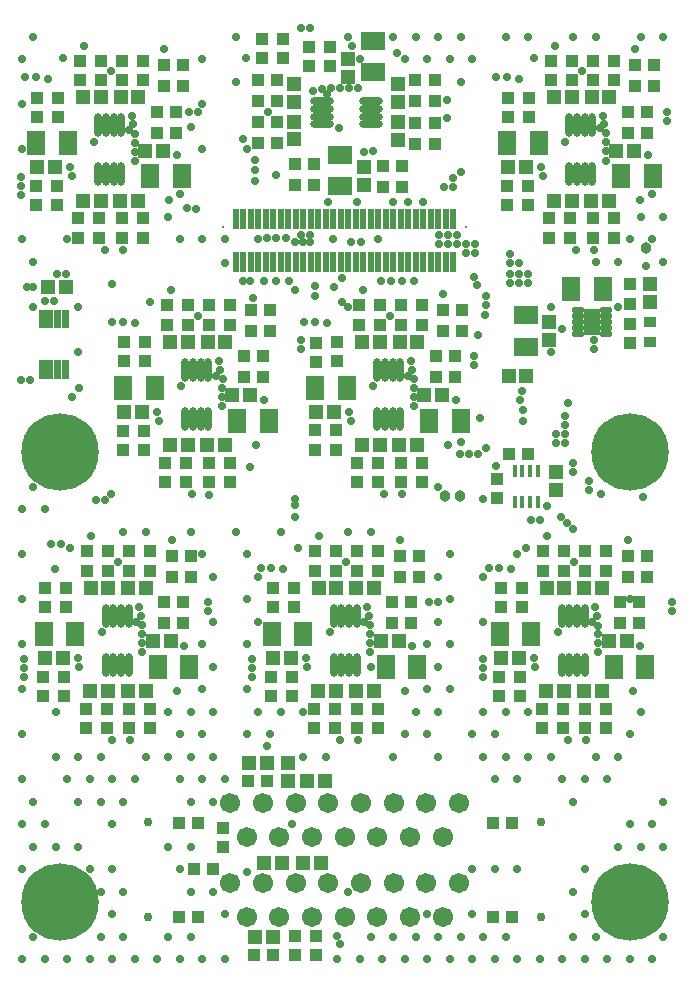
<source format=gbs>
G04*
G04 #@! TF.GenerationSoftware,Altium Limited,Altium Designer,25.2.1 (25)*
G04*
G04 Layer_Color=16711935*
%FSLAX44Y44*%
%MOMM*%
G71*
G04*
G04 #@! TF.SameCoordinates,92A9BD70-FE13-4CA2-B9A4-C704DBA8ADFD*
G04*
G04*
G04 #@! TF.FilePolarity,Negative*
G04*
G01*
G75*
%ADD18R,0.4318X1.0033*%
%ADD22C,0.7620*%
G04:AMPARAMS|DCode=31|XSize=1.0132mm|YSize=0.4732mm|CornerRadius=0.1354mm|HoleSize=0mm|Usage=FLASHONLY|Rotation=0.000|XOffset=0mm|YOffset=0mm|HoleType=Round|Shape=RoundedRectangle|*
%AMROUNDEDRECTD31*
21,1,1.0132,0.2025,0,0,0.0*
21,1,0.7425,0.4732,0,0,0.0*
1,1,0.2707,0.3713,-0.1013*
1,1,0.2707,-0.3713,-0.1013*
1,1,0.2707,-0.3713,0.1013*
1,1,0.2707,0.3713,0.1013*
%
%ADD31ROUNDEDRECTD31*%
%ADD32R,1.4032X2.2032*%
%ADD33O,0.6532X2.0032*%
%ADD34O,2.0032X0.6532*%
%ADD35C,0.9652*%
%ADD36R,0.9932X1.1332*%
%ADD37R,1.1332X0.9932*%
%ADD38R,1.1032X0.9532*%
%ADD40R,1.1532X1.2032*%
%ADD41R,1.6432X2.0232*%
%ADD42R,2.0232X1.6432*%
%ADD43R,1.2032X1.1532*%
%ADD44C,1.7018*%
%ADD45C,0.2032*%
%ADD46C,6.5532*%
%ADD47C,0.7112*%
%ADD58R,0.5000X1.7000*%
G36*
X26720Y522290D02*
Y506590D01*
X32520D01*
Y522290D01*
X26720D01*
D02*
G37*
G36*
X33220D02*
Y506590D01*
X39020D01*
Y522290D01*
X33220D01*
D02*
G37*
G36*
X39720D02*
Y506590D01*
X45520D01*
Y522290D01*
X39720D01*
D02*
G37*
G36*
X46220D02*
Y506590D01*
X52020D01*
Y522290D01*
X46220D01*
D02*
G37*
G36*
X26720Y565290D02*
Y549590D01*
X32520D01*
Y565290D01*
X26720D01*
D02*
G37*
G36*
X33220D02*
Y549590D01*
X39020D01*
Y565290D01*
X33220D01*
D02*
G37*
G36*
X39720D02*
Y549590D01*
X45520D01*
Y565290D01*
X39720D01*
D02*
G37*
G36*
X46220D02*
Y549590D01*
X52020D01*
Y565290D01*
X46220D01*
D02*
G37*
D18*
X429670Y402019D02*
D03*
X436170D02*
D03*
X442670D02*
D03*
X449170D02*
D03*
Y428562D02*
D03*
X442670D02*
D03*
X436170D02*
D03*
X429670D02*
D03*
D22*
X119126Y51308D02*
D03*
X452374D02*
D03*
X119126Y131318D02*
D03*
X452374D02*
D03*
D31*
X507300Y564870D02*
D03*
X483300Y544870D02*
D03*
X507300Y559870D02*
D03*
Y554870D02*
D03*
Y549870D02*
D03*
Y544870D02*
D03*
X483300Y549870D02*
D03*
Y554870D02*
D03*
Y559870D02*
D03*
Y564870D02*
D03*
D32*
X495300Y554870D02*
D03*
D33*
X495350Y679710D02*
D03*
X488850D02*
D03*
X482350D02*
D03*
X475850D02*
D03*
X495350Y721210D02*
D03*
X488850D02*
D03*
X482350D02*
D03*
X475850D02*
D03*
X96570Y679710D02*
D03*
X90070D02*
D03*
X83570D02*
D03*
X77070D02*
D03*
X96570Y721210D02*
D03*
X90070D02*
D03*
X83570D02*
D03*
X77070D02*
D03*
X332790Y472820D02*
D03*
X326290D02*
D03*
X319790D02*
D03*
X313290D02*
D03*
X332790Y514320D02*
D03*
X326290D02*
D03*
X319790D02*
D03*
X313290D02*
D03*
X489000Y264420D02*
D03*
X482500D02*
D03*
X476000D02*
D03*
X469500D02*
D03*
X489000Y305920D02*
D03*
X482500D02*
D03*
X476000D02*
D03*
X469500D02*
D03*
X295960Y264420D02*
D03*
X289460D02*
D03*
X282960D02*
D03*
X276460D02*
D03*
X295960Y305920D02*
D03*
X289460D02*
D03*
X282960D02*
D03*
X276460D02*
D03*
X102920Y264420D02*
D03*
X96420D02*
D03*
X89920D02*
D03*
X83420D02*
D03*
X102920Y305920D02*
D03*
X96420D02*
D03*
X89920D02*
D03*
X83420D02*
D03*
X170230Y472700D02*
D03*
X163730D02*
D03*
X157230D02*
D03*
X150730D02*
D03*
X170230Y514200D02*
D03*
X163730D02*
D03*
X157230D02*
D03*
X150730D02*
D03*
D34*
X308350Y741730D02*
D03*
Y735230D02*
D03*
Y728730D02*
D03*
Y722230D02*
D03*
X266850Y741730D02*
D03*
Y735230D02*
D03*
Y728730D02*
D03*
Y722230D02*
D03*
D35*
X541020Y617220D02*
D03*
X370840Y407670D02*
D03*
X383032D02*
D03*
D36*
X441270Y443230D02*
D03*
X424870D02*
D03*
X161870Y130810D02*
D03*
X145470D02*
D03*
X410900D02*
D03*
X427300D02*
D03*
X410900Y50800D02*
D03*
X427300D02*
D03*
X161870D02*
D03*
X145470D02*
D03*
X220290Y166370D02*
D03*
X203890D02*
D03*
X174570Y91440D02*
D03*
X158170D02*
D03*
X225370Y19050D02*
D03*
X208970D02*
D03*
X361840Y759920D02*
D03*
X345440D02*
D03*
Y742140D02*
D03*
X361840D02*
D03*
X212090Y760040D02*
D03*
X228490D02*
D03*
Y742260D02*
D03*
X212090D02*
D03*
X361840Y723090D02*
D03*
X345440D02*
D03*
Y705310D02*
D03*
X361840D02*
D03*
X212090Y724480D02*
D03*
X228490D02*
D03*
Y706700D02*
D03*
X212090D02*
D03*
X547950Y772160D02*
D03*
X531550D02*
D03*
X149170D02*
D03*
X132770D02*
D03*
X385390Y565270D02*
D03*
X368990D02*
D03*
X541600Y356870D02*
D03*
X525200D02*
D03*
X348560D02*
D03*
X332160D02*
D03*
X155520D02*
D03*
X139120D02*
D03*
X222830Y565150D02*
D03*
X206430D02*
D03*
X547950Y754380D02*
D03*
X531550D02*
D03*
X149170D02*
D03*
X132770D02*
D03*
X385390Y547490D02*
D03*
X368990D02*
D03*
X541600Y339090D02*
D03*
X525200D02*
D03*
X348560D02*
D03*
X332160D02*
D03*
X155520D02*
D03*
X139120D02*
D03*
X222830Y547370D02*
D03*
X206430D02*
D03*
X259660Y688340D02*
D03*
X243260D02*
D03*
X334590Y687070D02*
D03*
X318190D02*
D03*
X259660Y670560D02*
D03*
X243260D02*
D03*
X334590Y669290D02*
D03*
X318190D02*
D03*
X541600Y715010D02*
D03*
X525200D02*
D03*
X142820D02*
D03*
X126420D02*
D03*
X379040Y508120D02*
D03*
X362640D02*
D03*
X535250Y299720D02*
D03*
X518850D02*
D03*
X342210D02*
D03*
X325810D02*
D03*
X149170D02*
D03*
X132770D02*
D03*
X216480Y508000D02*
D03*
X200080D02*
D03*
X525200Y732790D02*
D03*
X541600D02*
D03*
X126420D02*
D03*
X142820D02*
D03*
X362640Y525900D02*
D03*
X379040D02*
D03*
X518850Y317500D02*
D03*
X535250D02*
D03*
X325810D02*
D03*
X342210D02*
D03*
X132770D02*
D03*
X149170D02*
D03*
X200080Y525780D02*
D03*
X216480D02*
D03*
D37*
X414450Y405776D02*
D03*
Y422176D02*
D03*
X243840Y34870D02*
D03*
Y18470D02*
D03*
X261620Y34870D02*
D03*
Y18470D02*
D03*
X182880Y126310D02*
D03*
Y109910D02*
D03*
X527706Y537068D02*
D03*
Y553468D02*
D03*
Y570280D02*
D03*
Y586680D02*
D03*
X513540Y626220D02*
D03*
Y642620D02*
D03*
X114760Y626220D02*
D03*
Y642620D02*
D03*
X350980Y419330D02*
D03*
Y435730D02*
D03*
X507190Y210930D02*
D03*
Y227330D02*
D03*
X314150Y210930D02*
D03*
Y227330D02*
D03*
X121110Y210930D02*
D03*
Y227330D02*
D03*
X188420Y419210D02*
D03*
Y435610D02*
D03*
X495760Y642620D02*
D03*
Y626220D02*
D03*
X96980Y642620D02*
D03*
Y626220D02*
D03*
X333200Y435730D02*
D03*
Y419330D02*
D03*
X489410Y227330D02*
D03*
Y210930D02*
D03*
X296370Y227330D02*
D03*
Y210930D02*
D03*
X103330Y227330D02*
D03*
Y210930D02*
D03*
X170640Y435610D02*
D03*
Y419210D02*
D03*
X513660Y775970D02*
D03*
Y759570D02*
D03*
X114880Y775970D02*
D03*
Y759570D02*
D03*
X351100Y569080D02*
D03*
Y552680D02*
D03*
X507310Y360680D02*
D03*
Y344280D02*
D03*
X314270Y360680D02*
D03*
Y344280D02*
D03*
X121230Y360680D02*
D03*
Y344280D02*
D03*
X188540Y568960D02*
D03*
Y552560D02*
D03*
X495880Y759570D02*
D03*
Y775970D02*
D03*
X97100Y759570D02*
D03*
Y775970D02*
D03*
X333320Y552680D02*
D03*
Y569080D02*
D03*
X489530Y344280D02*
D03*
Y360680D02*
D03*
X296490Y344280D02*
D03*
Y360680D02*
D03*
X103450Y344280D02*
D03*
Y360680D02*
D03*
X170760Y552560D02*
D03*
Y568960D02*
D03*
X476710Y626220D02*
D03*
Y642620D02*
D03*
X77930Y626220D02*
D03*
Y642620D02*
D03*
X314150Y419330D02*
D03*
Y435730D02*
D03*
X470360Y210930D02*
D03*
Y227330D02*
D03*
X277320Y210930D02*
D03*
Y227330D02*
D03*
X84280Y210930D02*
D03*
Y227330D02*
D03*
X151590Y419210D02*
D03*
Y435610D02*
D03*
X458930Y642620D02*
D03*
Y626220D02*
D03*
X60150Y642620D02*
D03*
Y626220D02*
D03*
X296370Y435730D02*
D03*
Y419330D02*
D03*
X452580Y227330D02*
D03*
Y210930D02*
D03*
X259540Y227330D02*
D03*
Y210930D02*
D03*
X66500Y227330D02*
D03*
Y210930D02*
D03*
X133810Y435610D02*
D03*
Y419210D02*
D03*
X478100Y775970D02*
D03*
Y759570D02*
D03*
X79320Y775970D02*
D03*
Y759570D02*
D03*
X315540Y569080D02*
D03*
Y552680D02*
D03*
X471750Y360680D02*
D03*
Y344280D02*
D03*
X278710Y360680D02*
D03*
Y344280D02*
D03*
X85670Y360680D02*
D03*
Y344280D02*
D03*
X152980Y568960D02*
D03*
Y552560D02*
D03*
X460320Y759570D02*
D03*
Y775970D02*
D03*
X61540Y759570D02*
D03*
Y775970D02*
D03*
X297760Y552680D02*
D03*
Y569080D02*
D03*
X453970Y344280D02*
D03*
Y360680D02*
D03*
X260930Y344280D02*
D03*
Y360680D02*
D03*
X67890Y344280D02*
D03*
Y360680D02*
D03*
X135200Y552560D02*
D03*
Y568960D02*
D03*
X215900Y794330D02*
D03*
Y777930D02*
D03*
X233680Y794330D02*
D03*
Y777930D02*
D03*
X441960Y728400D02*
D03*
Y744800D02*
D03*
X43180Y728400D02*
D03*
Y744800D02*
D03*
X279400Y521510D02*
D03*
Y537910D02*
D03*
X435610Y313110D02*
D03*
Y329510D02*
D03*
X242570Y313110D02*
D03*
Y329510D02*
D03*
X49530Y313110D02*
D03*
Y329510D02*
D03*
X116840Y521390D02*
D03*
Y537790D02*
D03*
X440690Y653470D02*
D03*
Y669870D02*
D03*
X41910Y653470D02*
D03*
Y669870D02*
D03*
X278130Y446580D02*
D03*
Y462980D02*
D03*
X434340Y238180D02*
D03*
Y254580D02*
D03*
X241300Y238180D02*
D03*
Y254580D02*
D03*
X48260Y238180D02*
D03*
Y254580D02*
D03*
X115570Y446460D02*
D03*
Y462860D02*
D03*
X424180Y728400D02*
D03*
Y744800D02*
D03*
X25400Y728400D02*
D03*
Y744800D02*
D03*
X261620Y520810D02*
D03*
Y537210D02*
D03*
X417830Y313110D02*
D03*
Y329510D02*
D03*
X224790Y313110D02*
D03*
Y329510D02*
D03*
X31750Y313110D02*
D03*
Y329510D02*
D03*
X99060Y521390D02*
D03*
Y537790D02*
D03*
X422910Y653470D02*
D03*
Y669870D02*
D03*
X24130Y653470D02*
D03*
Y669870D02*
D03*
X260350Y446580D02*
D03*
Y462980D02*
D03*
X416560Y238180D02*
D03*
Y254580D02*
D03*
X223520Y238180D02*
D03*
Y254580D02*
D03*
X30480Y238180D02*
D03*
Y254580D02*
D03*
X97790Y446460D02*
D03*
Y462860D02*
D03*
X273050Y787980D02*
D03*
Y771580D02*
D03*
X255270D02*
D03*
Y787980D02*
D03*
D38*
X544130Y554640D02*
D03*
Y537640D02*
D03*
D40*
X464820Y427870D02*
D03*
Y412870D02*
D03*
X237490Y166490D02*
D03*
Y181490D02*
D03*
X458470Y554870D02*
D03*
Y539870D02*
D03*
X544130Y586660D02*
D03*
Y571660D02*
D03*
X330780Y755990D02*
D03*
Y740990D02*
D03*
X243150Y756110D02*
D03*
Y741110D02*
D03*
X330780Y724240D02*
D03*
Y709240D02*
D03*
X243150Y724360D02*
D03*
Y709360D02*
D03*
X302260Y670680D02*
D03*
Y685680D02*
D03*
X288290Y762120D02*
D03*
Y777120D02*
D03*
D41*
X477750Y582650D02*
D03*
X504470D02*
D03*
X423520Y706120D02*
D03*
X450240D02*
D03*
X24740D02*
D03*
X51460D02*
D03*
X260960Y499230D02*
D03*
X287680D02*
D03*
X417170Y290830D02*
D03*
X443890D02*
D03*
X224130D02*
D03*
X250850D02*
D03*
X31090D02*
D03*
X57810D02*
D03*
X98400Y499110D02*
D03*
X125120D02*
D03*
X520040Y678180D02*
D03*
X546760D02*
D03*
X121260D02*
D03*
X147980D02*
D03*
X357480Y471290D02*
D03*
X384200D02*
D03*
X513690Y262890D02*
D03*
X540410D02*
D03*
X320650D02*
D03*
X347370D02*
D03*
X127610D02*
D03*
X154330D02*
D03*
X194920Y471170D02*
D03*
X221640D02*
D03*
D42*
X439420Y534010D02*
D03*
Y560730D02*
D03*
X281940Y669900D02*
D03*
Y696620D02*
D03*
X309880Y766420D02*
D03*
Y793140D02*
D03*
D43*
X34410Y584200D02*
D03*
X49410D02*
D03*
X254120Y166370D02*
D03*
X269120D02*
D03*
X232290Y96520D02*
D03*
X217290D02*
D03*
X250310D02*
D03*
X265310D02*
D03*
X209670Y34290D02*
D03*
X224670D02*
D03*
X219590Y181610D02*
D03*
X204590D02*
D03*
X439635Y508935D02*
D03*
X424635D02*
D03*
X509610Y657280D02*
D03*
X494610D02*
D03*
X110830D02*
D03*
X95830D02*
D03*
X347050Y450390D02*
D03*
X332050D02*
D03*
X503260Y241990D02*
D03*
X488260D02*
D03*
X310220D02*
D03*
X295220D02*
D03*
X117180D02*
D03*
X102180D02*
D03*
X184490Y450270D02*
D03*
X169490D02*
D03*
X509730Y744910D02*
D03*
X494730D02*
D03*
X110950D02*
D03*
X95950D02*
D03*
X347170Y538020D02*
D03*
X332170D02*
D03*
X503380Y329620D02*
D03*
X488380D02*
D03*
X310340D02*
D03*
X295340D02*
D03*
X117300D02*
D03*
X102300D02*
D03*
X184610Y537900D02*
D03*
X169610D02*
D03*
X477860Y657280D02*
D03*
X462860D02*
D03*
X79080D02*
D03*
X64080D02*
D03*
X315300Y450390D02*
D03*
X300300D02*
D03*
X471510Y241990D02*
D03*
X456510D02*
D03*
X278470D02*
D03*
X263470D02*
D03*
X85430D02*
D03*
X70430D02*
D03*
X152740Y450270D02*
D03*
X137740D02*
D03*
X477980Y744910D02*
D03*
X462980D02*
D03*
X79200D02*
D03*
X64200D02*
D03*
X315420Y538020D02*
D03*
X300420D02*
D03*
X471630Y329620D02*
D03*
X456630D02*
D03*
X278590D02*
D03*
X263590D02*
D03*
X85550D02*
D03*
X70550D02*
D03*
X152860Y537900D02*
D03*
X137860D02*
D03*
X424300Y685800D02*
D03*
X439300D02*
D03*
X25520D02*
D03*
X40520D02*
D03*
X261740Y478910D02*
D03*
X276740D02*
D03*
X417950Y270510D02*
D03*
X432950D02*
D03*
X224910D02*
D03*
X239910D02*
D03*
X31870D02*
D03*
X46870D02*
D03*
X99180Y478790D02*
D03*
X114180D02*
D03*
X515740Y699770D02*
D03*
X530740D02*
D03*
X116960D02*
D03*
X131960D02*
D03*
X353180Y492880D02*
D03*
X368180D02*
D03*
X509390Y284480D02*
D03*
X524390D02*
D03*
X316350D02*
D03*
X331350D02*
D03*
X123310D02*
D03*
X138310D02*
D03*
X190620Y492760D02*
D03*
X205620D02*
D03*
D44*
X188849Y147320D02*
D03*
X382651D02*
D03*
X368808Y118872D02*
D03*
X354965Y147320D02*
D03*
X341122Y118872D02*
D03*
X327279Y147320D02*
D03*
X313436Y118872D02*
D03*
X299593Y147320D02*
D03*
X285750Y118872D02*
D03*
X271907Y147320D02*
D03*
X258064Y118872D02*
D03*
X244221Y147320D02*
D03*
X230378Y118872D02*
D03*
X216535Y147320D02*
D03*
X202692Y118872D02*
D03*
X382651Y79756D02*
D03*
X368808Y51308D02*
D03*
X354965Y79756D02*
D03*
X341122Y51308D02*
D03*
X327279Y79756D02*
D03*
X313436Y51308D02*
D03*
X299593Y79756D02*
D03*
X285750Y51308D02*
D03*
X271907Y79756D02*
D03*
X258064Y51308D02*
D03*
X244221Y79756D02*
D03*
X230378Y51308D02*
D03*
X216535Y79756D02*
D03*
X202692Y51308D02*
D03*
X188849Y79756D02*
D03*
D45*
X183000Y635000D02*
D03*
X388500D02*
D03*
D46*
X527050Y444500D02*
D03*
X44450D02*
D03*
X527050Y63500D02*
D03*
X44450D02*
D03*
D47*
X54610Y491490D02*
D03*
X60960Y499110D02*
D03*
X555625Y796290D02*
D03*
X546100Y662940D02*
D03*
X555625Y643890D02*
D03*
X546100Y624840D02*
D03*
X555625Y605790D02*
D03*
Y148590D02*
D03*
X546100Y129540D02*
D03*
X555625Y110490D02*
D03*
Y34290D02*
D03*
X546100Y15240D02*
D03*
X536575Y796290D02*
D03*
Y643890D02*
D03*
X527050Y624840D02*
D03*
Y320040D02*
D03*
X536575Y224790D02*
D03*
X527050Y205740D02*
D03*
Y129540D02*
D03*
X536575Y110490D02*
D03*
X527050Y15240D02*
D03*
X517525Y605790D02*
D03*
Y567690D02*
D03*
Y186690D02*
D03*
X508000Y167640D02*
D03*
X517525Y110490D02*
D03*
X508000Y15240D02*
D03*
X498475Y796290D02*
D03*
Y605790D02*
D03*
Y186690D02*
D03*
X488950Y167640D02*
D03*
Y91440D02*
D03*
Y53340D02*
D03*
X498475Y34290D02*
D03*
X488950Y15240D02*
D03*
X479425Y796290D02*
D03*
X469900Y167640D02*
D03*
X479425Y148590D02*
D03*
Y72390D02*
D03*
Y34290D02*
D03*
X469900Y15240D02*
D03*
X460375Y567690D02*
D03*
Y529590D02*
D03*
Y186690D02*
D03*
X450850Y15240D02*
D03*
X441325Y796290D02*
D03*
X431800Y358140D02*
D03*
X441325Y224790D02*
D03*
Y186690D02*
D03*
X431800Y167640D02*
D03*
Y91440D02*
D03*
Y15240D02*
D03*
X422275Y796290D02*
D03*
Y224790D02*
D03*
X412750Y205740D02*
D03*
X422275Y186690D02*
D03*
X412750Y167640D02*
D03*
Y91440D02*
D03*
X422275Y34290D02*
D03*
X412750Y15240D02*
D03*
X393700Y777240D02*
D03*
X403225Y339090D02*
D03*
Y300990D02*
D03*
Y224790D02*
D03*
X393700Y205740D02*
D03*
X403225Y186690D02*
D03*
X393700Y91440D02*
D03*
Y53340D02*
D03*
X403225Y34290D02*
D03*
X393700Y15240D02*
D03*
X384175Y796290D02*
D03*
X374650Y777240D02*
D03*
X384175Y758190D02*
D03*
Y681990D02*
D03*
Y453390D02*
D03*
X374650Y358140D02*
D03*
Y320040D02*
D03*
Y281940D02*
D03*
Y243840D02*
D03*
X384175Y34290D02*
D03*
X374650Y15240D02*
D03*
X365125Y796290D02*
D03*
X355600Y777240D02*
D03*
X365125Y415290D02*
D03*
Y339090D02*
D03*
Y300990D02*
D03*
X355600Y281940D02*
D03*
X365125Y262890D02*
D03*
X355600Y243840D02*
D03*
X365125Y224790D02*
D03*
X355600Y205740D02*
D03*
X365125Y186690D02*
D03*
X355600Y53340D02*
D03*
X365125Y34290D02*
D03*
X355600Y15240D02*
D03*
X346075Y796290D02*
D03*
X336550Y777240D02*
D03*
X346075Y224790D02*
D03*
X336550Y205740D02*
D03*
X346075Y34290D02*
D03*
X336550Y15240D02*
D03*
X327025Y796290D02*
D03*
Y186690D02*
D03*
Y34290D02*
D03*
X317500Y15240D02*
D03*
X298450Y777240D02*
D03*
X307975Y377190D02*
D03*
Y262890D02*
D03*
Y34290D02*
D03*
X298450Y15240D02*
D03*
X288925Y796290D02*
D03*
Y567690D02*
D03*
Y377190D02*
D03*
Y72390D02*
D03*
X279400Y15240D02*
D03*
X269875Y186690D02*
D03*
X250825Y224790D02*
D03*
Y186690D02*
D03*
X241300Y129540D02*
D03*
X231775Y377190D02*
D03*
Y224790D02*
D03*
X222250Y205740D02*
D03*
X203200Y701040D02*
D03*
Y358140D02*
D03*
X212725Y339090D02*
D03*
X203200Y320040D02*
D03*
X212725Y300990D02*
D03*
X203200Y281940D02*
D03*
Y243840D02*
D03*
X212725Y224790D02*
D03*
X203200Y205740D02*
D03*
X193675Y796290D02*
D03*
Y758190D02*
D03*
X184150Y624840D02*
D03*
X193675Y377190D02*
D03*
X184150Y167640D02*
D03*
Y53340D02*
D03*
Y15240D02*
D03*
X165100Y777240D02*
D03*
Y739140D02*
D03*
Y701040D02*
D03*
Y624840D02*
D03*
Y358140D02*
D03*
X174625Y339090D02*
D03*
Y300990D02*
D03*
X165100Y281940D02*
D03*
X174625Y262890D02*
D03*
X165100Y243840D02*
D03*
X174625Y224790D02*
D03*
X165100Y205740D02*
D03*
X174625Y186690D02*
D03*
X165100Y167640D02*
D03*
X174625Y148590D02*
D03*
Y72390D02*
D03*
X165100Y15240D02*
D03*
X155575Y720090D02*
D03*
X146050Y662940D02*
D03*
Y624840D02*
D03*
X155575Y377190D02*
D03*
Y224790D02*
D03*
X146050Y205740D02*
D03*
X155575Y186690D02*
D03*
X146050Y167640D02*
D03*
X155575Y148590D02*
D03*
Y110490D02*
D03*
X146050Y91440D02*
D03*
X155575Y72390D02*
D03*
Y34290D02*
D03*
X146050Y15240D02*
D03*
X136525Y643890D02*
D03*
Y224790D02*
D03*
Y186690D02*
D03*
Y110490D02*
D03*
Y34290D02*
D03*
X127000Y15240D02*
D03*
X117475Y377190D02*
D03*
Y186690D02*
D03*
X107950Y167640D02*
D03*
Y15240D02*
D03*
X88900Y586740D02*
D03*
X98425Y377190D02*
D03*
X88900Y167640D02*
D03*
X98425Y148590D02*
D03*
X88900Y129540D02*
D03*
Y91440D02*
D03*
X98425Y72390D02*
D03*
X88900Y53340D02*
D03*
X98425Y34290D02*
D03*
X88900Y15240D02*
D03*
X79375Y186690D02*
D03*
X69850Y167640D02*
D03*
X79375Y148590D02*
D03*
X69850Y91440D02*
D03*
X79375Y72390D02*
D03*
Y34290D02*
D03*
X69850Y15240D02*
D03*
X50800Y624840D02*
D03*
X60325Y567690D02*
D03*
Y529590D02*
D03*
Y186690D02*
D03*
X50800Y167640D02*
D03*
X60325Y148590D02*
D03*
Y110490D02*
D03*
X50800Y15240D02*
D03*
X31750Y396240D02*
D03*
X41275Y224790D02*
D03*
Y186690D02*
D03*
X31750Y129540D02*
D03*
X41275Y110490D02*
D03*
X31750Y15240D02*
D03*
X22225Y796290D02*
D03*
X12700Y777240D02*
D03*
Y739140D02*
D03*
Y701040D02*
D03*
Y624840D02*
D03*
X22225Y605790D02*
D03*
Y567690D02*
D03*
Y415290D02*
D03*
X12700Y396240D02*
D03*
Y358140D02*
D03*
Y320040D02*
D03*
Y281940D02*
D03*
Y243840D02*
D03*
Y205740D02*
D03*
Y167640D02*
D03*
X22225Y148590D02*
D03*
X12700Y129540D02*
D03*
X22225Y110490D02*
D03*
X12700Y91440D02*
D03*
X22225Y34290D02*
D03*
X12700Y15240D02*
D03*
X19050Y505460D02*
D03*
X11430D02*
D03*
X16510Y584200D02*
D03*
X152400Y651510D02*
D03*
X31750Y572770D02*
D03*
X39370D02*
D03*
X474980Y486410D02*
D03*
X435610Y496570D02*
D03*
X425450Y604520D02*
D03*
Y588010D02*
D03*
Y612140D02*
D03*
Y595630D02*
D03*
X402590Y405130D02*
D03*
X414020Y433070D02*
D03*
X243840Y400050D02*
D03*
Y405130D02*
D03*
X49530Y595630D02*
D03*
X21590Y584200D02*
D03*
X41910Y595630D02*
D03*
X326390Y656590D02*
D03*
X271780D02*
D03*
X252730Y270510D02*
D03*
X59690D02*
D03*
X452120Y685800D02*
D03*
X302260Y698500D02*
D03*
X445770Y270510D02*
D03*
X127000Y478790D02*
D03*
X12065Y677545D02*
D03*
Y669925D02*
D03*
Y662305D02*
D03*
X161290Y732790D02*
D03*
X153670D02*
D03*
X472440Y474980D02*
D03*
Y459740D02*
D03*
Y467360D02*
D03*
X464820Y459740D02*
D03*
X248920Y803910D02*
D03*
X256540D02*
D03*
X377190Y676910D02*
D03*
X558800Y732790D02*
D03*
Y725170D02*
D03*
X243840Y389890D02*
D03*
X87630Y408940D02*
D03*
X82550Y403860D02*
D03*
X74930D02*
D03*
X170180Y317500D02*
D03*
Y309880D02*
D03*
X13970Y269240D02*
D03*
Y261620D02*
D03*
Y254000D02*
D03*
X207010Y269240D02*
D03*
Y261620D02*
D03*
Y254000D02*
D03*
X356870Y317500D02*
D03*
X364490D02*
D03*
X562610Y309880D02*
D03*
Y317500D02*
D03*
X219710Y195580D02*
D03*
X203200Y88900D02*
D03*
X53340Y685800D02*
D03*
X248920Y539750D02*
D03*
Y532130D02*
D03*
X289560Y478910D02*
D03*
X402590Y269240D02*
D03*
Y261620D02*
D03*
Y254000D02*
D03*
X377190Y669290D02*
D03*
X369570D02*
D03*
X433070Y604520D02*
D03*
X394970Y525780D02*
D03*
Y518160D02*
D03*
X502920Y408940D02*
D03*
X464820Y452120D02*
D03*
X472440D02*
D03*
X538480Y406400D02*
D03*
X184150Y604520D02*
D03*
X227330Y589280D02*
D03*
X217170D02*
D03*
X207793Y575310D02*
D03*
X238760Y589280D02*
D03*
X199390Y589291D02*
D03*
X205740Y589280D02*
D03*
X243840Y581660D02*
D03*
X260350Y576700D02*
D03*
Y585470D02*
D03*
X478790Y379730D02*
D03*
X473710Y384810D02*
D03*
X468630Y389890D02*
D03*
X456629Y399351D02*
D03*
X450850Y387350D02*
D03*
X400050Y473710D02*
D03*
X306070Y306070D02*
D03*
X436880Y471170D02*
D03*
X434340Y488950D02*
D03*
X404397Y560332D02*
D03*
X405130Y448310D02*
D03*
X436880Y480060D02*
D03*
X235889Y626276D02*
D03*
X256540Y622300D02*
D03*
X250190D02*
D03*
X205740Y431800D02*
D03*
X243840Y622300D02*
D03*
X256540Y628650D02*
D03*
X248920D02*
D03*
X160020Y650240D02*
D03*
X398780Y543560D02*
D03*
X405130Y568960D02*
D03*
X275590Y624840D02*
D03*
X365760Y621030D02*
D03*
X373380D02*
D03*
X388620Y613410D02*
D03*
X396240D02*
D03*
X388620Y621030D02*
D03*
X396240D02*
D03*
X394970Y593090D02*
D03*
X405130Y576580D02*
D03*
X492760Y412750D02*
D03*
Y420370D02*
D03*
X365760Y628650D02*
D03*
X373380D02*
D03*
X339090Y656590D02*
D03*
X381000Y621030D02*
D03*
X295910Y656590D02*
D03*
X398780Y443230D02*
D03*
X391160D02*
D03*
X383540D02*
D03*
X443230Y387350D02*
D03*
X212090Y624840D02*
D03*
X219710Y626110D02*
D03*
X227330D02*
D03*
X478790Y435610D02*
D03*
Y427990D02*
D03*
X290830Y471290D02*
D03*
X270510Y553840D02*
D03*
X251460Y554410D02*
D03*
X260350Y555110D02*
D03*
X283210Y571620D02*
D03*
X300990Y581780D02*
D03*
X276860Y584200D02*
D03*
X318770Y409060D02*
D03*
X334010D02*
D03*
X373380Y450970D02*
D03*
X344170Y483990D02*
D03*
X379730Y489070D02*
D03*
X344170Y491490D02*
D03*
Y499110D02*
D03*
X309880Y500500D02*
D03*
X344170Y506730D02*
D03*
X339090Y509270D02*
D03*
X342900Y514350D02*
D03*
X341630Y522180D02*
D03*
X323850Y560190D02*
D03*
X368990Y578660D02*
D03*
X334010Y589280D02*
D03*
X325120D02*
D03*
X316230D02*
D03*
X344170D02*
D03*
X397574Y585929D02*
D03*
X45720Y367030D02*
D03*
X37020Y366955D02*
D03*
X500380Y283210D02*
D03*
Y290830D02*
D03*
Y297180D02*
D03*
X499110Y306070D02*
D03*
X495300Y300990D02*
D03*
X302260D02*
D03*
X307340Y298450D02*
D03*
Y290830D02*
D03*
Y283210D02*
D03*
X114300D02*
D03*
Y290830D02*
D03*
Y298450D02*
D03*
X113030Y306070D02*
D03*
X109220Y300990D02*
D03*
X176530Y509270D02*
D03*
X180340Y514350D02*
D03*
X182880Y506730D02*
D03*
X181610Y499110D02*
D03*
Y491490D02*
D03*
X501650Y718820D02*
D03*
X505460Y722630D02*
D03*
X506730Y715010D02*
D03*
Y699770D02*
D03*
X266700Y751840D02*
D03*
X274320Y753110D02*
D03*
X289560D02*
D03*
X270510Y748030D02*
D03*
X281940Y753110D02*
D03*
X107950Y698500D02*
D03*
Y713740D02*
D03*
X506730Y707390D02*
D03*
X102870Y717550D02*
D03*
X107950Y706120D02*
D03*
X106680Y722630D02*
D03*
X137160Y657860D02*
D03*
X34290Y760730D02*
D03*
X64770Y788670D02*
D03*
X54610Y678180D02*
D03*
X46990Y778510D02*
D03*
X143510Y695960D02*
D03*
X87630Y767080D02*
D03*
X105410Y729070D02*
D03*
X107950Y690880D02*
D03*
X73660Y707390D02*
D03*
X469317Y548640D02*
D03*
X440690Y588010D02*
D03*
X433070D02*
D03*
X440690Y595630D02*
D03*
X433070D02*
D03*
X541020Y601980D02*
D03*
X416560Y346710D02*
D03*
X381000Y628650D02*
D03*
X496570Y532130D02*
D03*
Y539750D02*
D03*
X210820Y450850D02*
D03*
X217170Y488950D02*
D03*
X181610Y483870D02*
D03*
X179070Y522060D02*
D03*
X107950Y553720D02*
D03*
X120650Y571500D02*
D03*
X138430Y581660D02*
D03*
X161290Y560070D02*
D03*
X147320Y500380D02*
D03*
X128270Y471170D02*
D03*
X481330Y615950D02*
D03*
X88900Y554990D02*
D03*
X209550Y683260D02*
D03*
Y674370D02*
D03*
X351790Y656590D02*
D03*
X279110Y35015D02*
D03*
X281940Y27940D02*
D03*
X474980Y200660D02*
D03*
X139120Y370260D02*
D03*
X97790Y554990D02*
D03*
X88900Y200660D02*
D03*
X132770Y785550D02*
D03*
X299720Y622300D02*
D03*
X290830D02*
D03*
X313690Y624840D02*
D03*
X414020Y762000D02*
D03*
X283210Y591820D02*
D03*
X407670Y346710D02*
D03*
X332160Y370260D02*
D03*
X447040Y262890D02*
D03*
X490220Y200660D02*
D03*
X466090Y292100D02*
D03*
X529590Y242570D02*
D03*
X535940Y280670D02*
D03*
X500380Y275590D02*
D03*
X480060Y351790D02*
D03*
X439420Y363220D02*
D03*
X497840Y313780D02*
D03*
X525200Y370260D02*
D03*
X426720Y345440D02*
D03*
X457200Y373380D02*
D03*
X171207Y408697D02*
D03*
X156210Y408940D02*
D03*
X330200Y782320D02*
D03*
X227330Y679450D02*
D03*
X372110Y742950D02*
D03*
X199390Y709930D02*
D03*
X309880Y699770D02*
D03*
X372110Y727710D02*
D03*
X209550Y692150D02*
D03*
X202510Y777930D02*
D03*
X292100Y788670D02*
D03*
X220980Y732790D02*
D03*
X258990Y750570D02*
D03*
X297180Y753110D02*
D03*
X280670Y718820D02*
D03*
X535940Y657860D02*
D03*
X433070Y760730D02*
D03*
X496570Y615950D02*
D03*
X463550Y788670D02*
D03*
X453390Y678180D02*
D03*
X422910Y762000D02*
D03*
X445770Y778510D02*
D03*
X531550Y785550D02*
D03*
X542290Y695960D02*
D03*
X486410Y767080D02*
D03*
X504190Y729070D02*
D03*
X506730Y690880D02*
D03*
X472440Y707390D02*
D03*
X97790Y615950D02*
D03*
X15240Y762000D02*
D03*
X82550Y615950D02*
D03*
X24130Y762000D02*
D03*
X80010Y292100D02*
D03*
X111760Y313780D02*
D03*
X53340Y363220D02*
D03*
X60960Y262890D02*
D03*
X71120Y373380D02*
D03*
X143510Y242570D02*
D03*
X93980Y351790D02*
D03*
X149860Y280670D02*
D03*
X114300Y275590D02*
D03*
X104140Y200660D02*
D03*
X40640Y345440D02*
D03*
X336550Y242570D02*
D03*
X233680Y345440D02*
D03*
X297180Y200660D02*
D03*
X214630Y346710D02*
D03*
X264160Y373380D02*
D03*
X254000Y262890D02*
D03*
X281940Y200660D02*
D03*
X223520Y346710D02*
D03*
X246380Y363220D02*
D03*
X342900Y280670D02*
D03*
X287020Y351790D02*
D03*
X304800Y313780D02*
D03*
X307340Y275590D02*
D03*
X273050Y292100D02*
D03*
D58*
X193675Y606000D02*
D03*
Y642000D02*
D03*
X200025Y606000D02*
D03*
Y642000D02*
D03*
X206375Y606000D02*
D03*
Y642000D02*
D03*
X212725Y606000D02*
D03*
Y642000D02*
D03*
X219075Y606000D02*
D03*
Y642000D02*
D03*
X225425Y606000D02*
D03*
Y642000D02*
D03*
X231775Y606000D02*
D03*
Y642000D02*
D03*
X238125Y606000D02*
D03*
Y642000D02*
D03*
X244475Y606000D02*
D03*
Y642000D02*
D03*
X250825Y606000D02*
D03*
Y642000D02*
D03*
X257175Y606000D02*
D03*
Y642000D02*
D03*
X263525Y606000D02*
D03*
Y642000D02*
D03*
X269875Y606000D02*
D03*
Y642000D02*
D03*
X276225Y606000D02*
D03*
Y642000D02*
D03*
X282575Y606000D02*
D03*
Y642000D02*
D03*
X288925Y606000D02*
D03*
Y642000D02*
D03*
X295275Y606000D02*
D03*
Y642000D02*
D03*
X301625Y606000D02*
D03*
Y642000D02*
D03*
X307975Y606000D02*
D03*
Y642000D02*
D03*
X314325Y606000D02*
D03*
Y642000D02*
D03*
X320675Y606000D02*
D03*
Y642000D02*
D03*
X327025Y606000D02*
D03*
Y642000D02*
D03*
X333375Y606000D02*
D03*
Y642000D02*
D03*
X339725Y606000D02*
D03*
Y642000D02*
D03*
X346075Y606000D02*
D03*
Y642000D02*
D03*
X352425Y606000D02*
D03*
Y642000D02*
D03*
X358775Y606000D02*
D03*
Y642000D02*
D03*
X365125Y606000D02*
D03*
Y642000D02*
D03*
X371475Y606000D02*
D03*
Y642000D02*
D03*
X377825Y606000D02*
D03*
Y642000D02*
D03*
M02*

</source>
